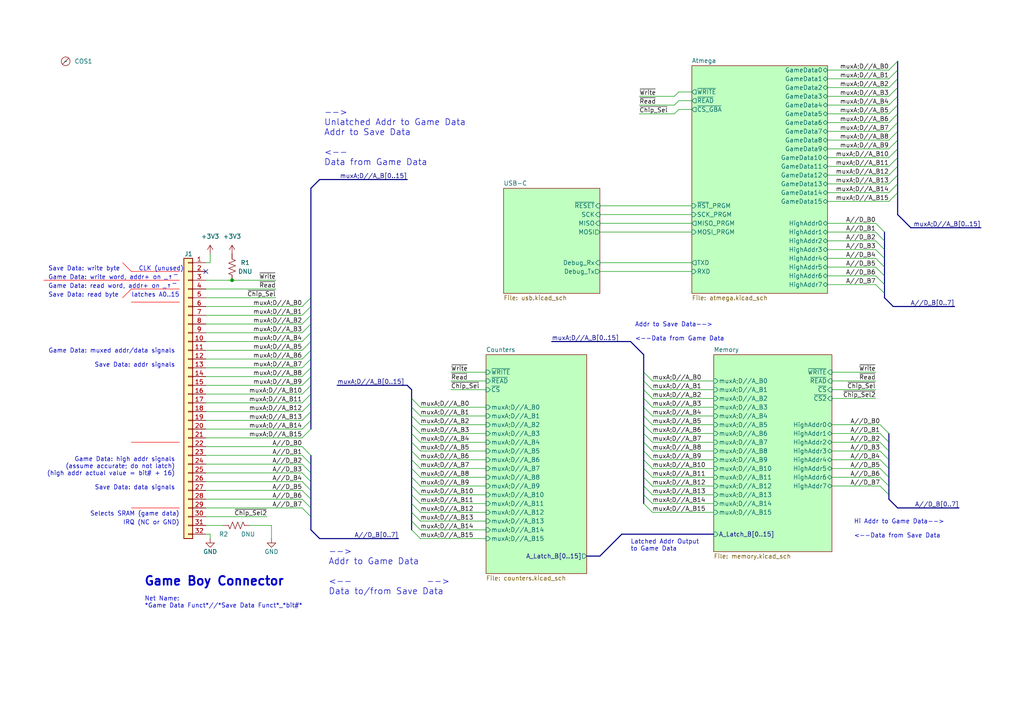
<source format=kicad_sch>
(kicad_sch (version 20230121) (generator eeschema)
  (paper "A4")
  (lib_symbols
    (symbol "0_libSyms_GBA:COS"
      (property "Reference" "COS" (at 0 2.54 0))
      (symbol "COS_0_1"
        (polyline (pts (xy -0.9144 -0.8636) (xy 0.8636 0.9144) (xy 0.8636 0.9144)))
        (circle (center 0 0) (radius 1.27))
      )
    )
    (symbol "Connector_Generic:Conn_01x32" (pin_names (offset 1.016) hide)
      (property "Reference" "J" (at 0 40.64 0))
      (property "Value" "Conn_01x32" (at 0 -43.18 0))
      (symbol "Conn_01x32_1_1"
        (rectangle (start -1.27 -40.513) (end 0 -40.767) (stroke (width 0.1524)))
        (rectangle (start -1.27 -37.973) (end 0 -38.227) (stroke (width 0.1524)))
        (rectangle (start -1.27 -35.433) (end 0 -35.687) (stroke (width 0.1524)))
        (rectangle (start -1.27 -32.893) (end 0 -33.147) (stroke (width 0.1524)))
        (rectangle (start -1.27 -30.353) (end 0 -30.607) (stroke (width 0.1524)))
        (rectangle (start -1.27 -27.813) (end 0 -28.067) (stroke (width 0.1524)))
        (rectangle (start -1.27 -25.273) (end 0 -25.527) (stroke (width 0.1524)))
        (rectangle (start -1.27 -22.733) (end 0 -22.987) (stroke (width 0.1524)))
        (rectangle (start -1.27 -20.193) (end 0 -20.447) (stroke (width 0.1524)))
        (rectangle (start -1.27 -17.653) (end 0 -17.907) (stroke (width 0.1524)))
        (rectangle (start -1.27 -15.113) (end 0 -15.367) (stroke (width 0.1524)))
        (rectangle (start -1.27 -12.573) (end 0 -12.827) (stroke (width 0.1524)))
        (rectangle (start -1.27 -10.033) (end 0 -10.287) (stroke (width 0.1524)))
        (rectangle (start -1.27 -7.493) (end 0 -7.747) (stroke (width 0.1524)))
        (rectangle (start -1.27 -4.953) (end 0 -5.207) (stroke (width 0.1524)))
        (rectangle (start -1.27 -2.413) (end 0 -2.667) (stroke (width 0.1524)))
        (rectangle (start -1.27 0.127) (end 0 -0.127) (stroke (width 0.1524)))
        (rectangle (start -1.27 2.667) (end 0 2.413) (stroke (width 0.1524)))
        (rectangle (start -1.27 5.207) (end 0 4.953) (stroke (width 0.1524)))
        (rectangle (start -1.27 7.747) (end 0 7.493) (stroke (width 0.1524)))
        (rectangle (start -1.27 10.287) (end 0 10.033) (stroke (width 0.1524)))
        (rectangle (start -1.27 12.827) (end 0 12.573) (stroke (width 0.1524)))
        (rectangle (start -1.27 15.367) (end 0 15.113) (stroke (width 0.1524)))
        (rectangle (start -1.27 17.907) (end 0 17.653) (stroke (width 0.1524)))
        (rectangle (start -1.27 20.447) (end 0 20.193) (stroke (width 0.1524)))
        (rectangle (start -1.27 22.987) (end 0 22.733) (stroke (width 0.1524)))
        (rectangle (start -1.27 25.527) (end 0 25.273) (stroke (width 0.1524)))
        (rectangle (start -1.27 28.067) (end 0 27.813) (stroke (width 0.1524)))
        (rectangle (start -1.27 30.607) (end 0 30.353) (stroke (width 0.1524)))
        (rectangle (start -1.27 33.147) (end 0 32.893) (stroke (width 0.1524)))
        (rectangle (start -1.27 35.687) (end 0 35.433) (stroke (width 0.1524)))
        (rectangle (start -1.27 38.227) (end 0 37.973) (stroke (width 0.1524)))
        (rectangle (start -1.27 39.37) (end 1.27 -41.91) (stroke (width 0.254)) (fill (type background)))
        (pin passive line (at -5.08 38.1 0) (length 3.81) (name "Pin_1") (number "1"))
        (pin passive line (at -5.08 15.24 0) (length 3.81) (name "Pin_10") (number "10"))
        (pin passive line (at -5.08 12.7 0) (length 3.81) (name "Pin_11") (number "11"))
        (pin passive line (at -5.08 10.16 0) (length 3.81) (name "Pin_12") (number "12"))
        (pin passive line (at -5.08 7.62 0) (length 3.81) (name "Pin_13") (number "13"))
        (pin passive line (at -5.08 5.08 0) (length 3.81) (name "Pin_14") (number "14"))
        (pin passive line (at -5.08 2.54 0) (length 3.81) (name "Pin_15") (number "15"))
        (pin passive line (at -5.08 0 0) (length 3.81) (name "Pin_16") (number "16"))
        (pin passive line (at -5.08 -2.54 0) (length 3.81) (name "Pin_17") (number "17"))
        (pin passive line (at -5.08 -5.08 0) (length 3.81) (name "Pin_18") (number "18"))
        (pin passive line (at -5.08 -7.62 0) (length 3.81) (name "Pin_19") (number "19"))
        (pin passive line (at -5.08 35.56 0) (length 3.81) (name "Pin_2") (number "2"))
        (pin passive line (at -5.08 -10.16 0) (length 3.81) (name "Pin_20") (number "20"))
        (pin passive line (at -5.08 -12.7 0) (length 3.81) (name "Pin_21") (number "21"))
        (pin passive line (at -5.08 -15.24 0) (length 3.81) (name "Pin_22") (number "22"))
        (pin passive line (at -5.08 -17.78 0) (length 3.81) (name "Pin_23") (number "23"))
        (pin passive line (at -5.08 -20.32 0) (length 3.81) (name "Pin_24") (number "24"))
        (pin passive line (at -5.08 -22.86 0) (length 3.81) (name "Pin_25") (number "25"))
        (pin passive line (at -5.08 -25.4 0) (length 3.81) (name "Pin_26") (number "26"))
        (pin passive line (at -5.08 -27.94 0) (length 3.81) (name "Pin_27") (number "27"))
        (pin passive line (at -5.08 -30.48 0) (length 3.81) (name "Pin_28") (number "28"))
        (pin passive line (at -5.08 -33.02 0) (length 3.81) (name "Pin_29") (number "29"))
        (pin passive line (at -5.08 33.02 0) (length 3.81) (name "Pin_3") (number "3"))
        (pin passive line (at -5.08 -35.56 0) (length 3.81) (name "Pin_30") (number "30"))
        (pin passive line (at -5.08 -38.1 0) (length 3.81) (name "Pin_31") (number "31"))
        (pin passive line (at -5.08 -40.64 0) (length 3.81) (name "Pin_32") (number "32"))
        (pin passive line (at -5.08 30.48 0) (length 3.81) (name "Pin_4") (number "4"))
        (pin passive line (at -5.08 27.94 0) (length 3.81) (name "Pin_5") (number "5"))
        (pin passive line (at -5.08 25.4 0) (length 3.81) (name "Pin_6") (number "6"))
        (pin passive line (at -5.08 22.86 0) (length 3.81) (name "Pin_7") (number "7"))
        (pin passive line (at -5.08 20.32 0) (length 3.81) (name "Pin_8") (number "8"))
        (pin passive line (at -5.08 17.78 0) (length 3.81) (name "Pin_9") (number "9"))
      )
    )
    (symbol "Device:R_US" (pin_numbers hide) (pin_names (offset 0))
      (property "Reference" "R" (at 2.54 0 90))
      (property "Value" "R_US" (at -2.54 0 90))
      (symbol "R_US_0_1"
        (polyline (pts (xy 0 -2.286) (xy 0 -2.54)))
        (polyline (pts (xy 0 2.286) (xy 0 2.54)))
        (polyline (pts (xy 0 -0.762) (xy 1.016 -1.143) (xy 0 -1.524) (xy -1.016 -1.905) (xy 0 -2.286)))
        (polyline (pts (xy 0 0.762) (xy 1.016 0.381) (xy 0 0) (xy -1.016 -0.381) (xy 0 -0.762)))
        (polyline (pts (xy 0 2.286) (xy 1.016 1.905) (xy 0 1.524) (xy -1.016 1.143) (xy 0 0.762)))
      )
      (symbol "R_US_1_1"
        (pin passive line (at 0 3.81 270) (length 1.27) (name "~") (number "1"))
        (pin passive line (at 0 -3.81 90) (length 1.27) (name "~") (number "2"))
      )
    )
    (symbol "power:+3V3" (power) (pin_names (offset 0))
      (property "Value" "+3V3" (at 0 3.556 0))
      (symbol "+3V3_0_1"
        (polyline (pts (xy -0.762 1.27) (xy 0 2.54)))
        (polyline (pts (xy 0 0) (xy 0 2.54)))
        (polyline (pts (xy 0 2.54) (xy 0.762 1.27)))
      )
      (symbol "+3V3_1_1"
        (pin power_in line (at 0 0 90) (length 0) hide (name "+3V3") (number "1"))
      )
    )
    (symbol "power:GND" (power) (pin_names (offset 0))
      (property "Value" "GND" (at 0 -3.81 0))
      (symbol "GND_0_1"
        (polyline (pts (xy 0 0) (xy 0 -1.27) (xy 1.27 -1.27) (xy 0 -2.54) (xy -1.27 -1.27) (xy 0 -1.27)))
      )
      (symbol "GND_1_1"
        (pin power_in line (at 0 0 270) (length 0) hide (name "GND") (number "1"))
      )
    )
  )
  (junction (at 67.31 81.28))
  (no_connect (at 59.69 78.74))
  (bus_entry (at 87.63 111.76) (size 2.54 -2.54))
  (bus_entry (at 87.63 101.6) (size 2.54 -2.54))
  (bus_entry (at 121.92 128.27) (size -2.54 -2.54))
  (bus_entry (at 87.63 106.68) (size 2.54 -2.54))
  (bus_entry (at 257.81 128.27) (size -2.54 -2.54))
  (bus_entry (at 257.81 130.81) (size -2.54 -2.54))
  (bus_entry (at 257.81 140.97) (size -2.54 -2.54))
  (bus_entry (at 257.81 40.64) (size 2.54 -2.54))
  (bus_entry (at 90.17 134.62) (size -2.54 -2.54))
  (bus_entry (at 87.63 119.38) (size 2.54 -2.54))
  (bus_entry (at 189.23 148.59) (size -2.54 -2.54))
  (bus_entry (at 121.92 151.13) (size -2.54 -2.54))
  (bus_entry (at 121.92 156.21) (size -2.54 -2.54))
  (bus_entry (at 121.92 140.97) (size -2.54 -2.54))
  (bus_entry (at 257.81 125.73) (size -2.54 -2.54))
  (bus_entry (at 90.17 139.7) (size -2.54 -2.54))
  (bus_entry (at 257.81 27.94) (size 2.54 -2.54))
  (bus_entry (at 257.81 33.02) (size 2.54 -2.54))
  (bus_entry (at 87.63 127) (size 2.54 -2.54))
  (bus_entry (at 257.81 35.56) (size 2.54 -2.54))
  (bus_entry (at 121.92 135.89) (size -2.54 -2.54))
  (bus_entry (at 257.81 133.35) (size -2.54 -2.54))
  (bus_entry (at 90.17 144.78) (size -2.54 -2.54))
  (bus_entry (at 121.92 118.11) (size -2.54 -2.54))
  (bus_entry (at 257.81 143.51) (size -2.54 -2.54))
  (bus_entry (at 87.63 104.14) (size 2.54 -2.54))
  (bus_entry (at 189.23 110.49) (size -2.54 -2.54))
  (bus_entry (at 121.92 148.59) (size -2.54 -2.54))
  (bus_entry (at 257.81 58.42) (size 2.54 -2.54))
  (bus_entry (at 256.54 80.01) (size -2.54 -2.54))
  (bus_entry (at 90.17 142.24) (size -2.54 -2.54))
  (bus_entry (at 257.81 55.88) (size 2.54 -2.54))
  (bus_entry (at 256.54 67.31) (size -2.54 -2.54))
  (bus_entry (at 257.81 45.72) (size 2.54 -2.54))
  (bus_entry (at 87.63 99.06) (size 2.54 -2.54))
  (bus_entry (at 257.81 53.34) (size 2.54 -2.54))
  (bus_entry (at 189.23 138.43) (size -2.54 -2.54))
  (bus_entry (at 189.23 140.97) (size -2.54 -2.54))
  (bus_entry (at 121.92 133.35) (size -2.54 -2.54))
  (bus_entry (at 121.92 146.05) (size -2.54 -2.54))
  (bus_entry (at 257.81 50.8) (size 2.54 -2.54))
  (bus_entry (at 87.63 114.3) (size 2.54 -2.54))
  (bus_entry (at 256.54 74.93) (size -2.54 -2.54))
  (bus_entry (at 90.17 132.08) (size -2.54 -2.54))
  (bus_entry (at 189.23 115.57) (size -2.54 -2.54))
  (bus_entry (at 189.23 146.05) (size -2.54 -2.54))
  (bus_entry (at 256.54 77.47) (size -2.54 -2.54))
  (bus_entry (at 256.54 69.85) (size -2.54 -2.54))
  (bus_entry (at 257.81 135.89) (size -2.54 -2.54))
  (bus_entry (at 257.81 138.43) (size -2.54 -2.54))
  (bus_entry (at 257.81 22.86) (size 2.54 -2.54))
  (bus_entry (at 87.63 91.44) (size 2.54 -2.54))
  (bus_entry (at 257.81 25.4) (size 2.54 -2.54))
  (bus_entry (at 189.23 123.19) (size -2.54 -2.54))
  (bus_entry (at 257.81 20.32) (size 2.54 -2.54))
  (bus_entry (at 87.63 88.9) (size 2.54 -2.54))
  (bus_entry (at 189.23 113.03) (size -2.54 -2.54))
  (bus_entry (at 189.23 130.81) (size -2.54 -2.54))
  (bus_entry (at 256.54 85.09) (size -2.54 -2.54))
  (bus_entry (at 257.81 30.48) (size 2.54 -2.54))
  (bus_entry (at 189.23 125.73) (size -2.54 -2.54))
  (bus_entry (at 90.17 147.32) (size -2.54 -2.54))
  (bus_entry (at 90.17 149.86) (size -2.54 -2.54))
  (bus_entry (at 87.63 93.98) (size 2.54 -2.54))
  (bus_entry (at 257.81 48.26) (size 2.54 -2.54))
  (bus_entry (at 189.23 143.51) (size -2.54 -2.54))
  (bus_entry (at 189.23 120.65) (size -2.54 -2.54))
  (bus_entry (at 121.92 120.65) (size -2.54 -2.54))
  (bus_entry (at 121.92 125.73) (size -2.54 -2.54))
  (bus_entry (at 121.92 123.19) (size -2.54 -2.54))
  (bus_entry (at 256.54 72.39) (size -2.54 -2.54))
  (bus_entry (at 189.23 118.11) (size -2.54 -2.54))
  (bus_entry (at 256.54 82.55) (size -2.54 -2.54))
  (bus_entry (at 189.23 128.27) (size -2.54 -2.54))
  (bus_entry (at 87.63 116.84) (size 2.54 -2.54))
  (bus_entry (at 121.92 130.81) (size -2.54 -2.54))
  (bus_entry (at 189.23 135.89) (size -2.54 -2.54))
  (bus_entry (at 87.63 124.46) (size 2.54 -2.54))
  (bus_entry (at 121.92 143.51) (size -2.54 -2.54))
  (bus_entry (at 90.17 137.16) (size -2.54 -2.54))
  (bus_entry (at 87.63 121.92) (size 2.54 -2.54))
  (bus_entry (at 87.63 96.52) (size 2.54 -2.54))
  (bus_entry (at 257.81 43.18) (size 2.54 -2.54))
  (bus_entry (at 189.23 133.35) (size -2.54 -2.54))
  (bus_entry (at 87.63 109.22) (size 2.54 -2.54))
  (bus_entry (at 121.92 138.43) (size -2.54 -2.54))
  (bus_entry (at 121.92 153.67) (size -2.54 -2.54))
  (bus_entry (at 257.81 38.1) (size 2.54 -2.54))
  (bus (pts (xy 256.54 82.55) (xy 256.54 85.09)))
  (wire (pts (xy 121.92 151.13) (xy 140.97 151.13)))
  (bus (pts (xy 186.69 140.97) (xy 186.69 138.43)))
  (bus (pts (xy 256.54 85.09) (xy 256.54 86.36)))
  (bus (pts (xy 260.35 50.8) (xy 260.35 53.34)))
  (bus (pts (xy 92.71 156.21) (xy 115.57 156.21)))
  (bus (pts (xy 186.69 128.27) (xy 186.69 125.73)))
  (wire (pts (xy 240.03 38.1) (xy 257.81 38.1)))
  (wire (pts (xy 121.92 148.59) (xy 140.97 148.59)))
  (wire (pts (xy 207.01 125.73) (xy 189.23 125.73)))
  (bus (pts (xy 118.11 111.76) (xy 119.38 113.03)))
  (bus (pts (xy 256.54 72.39) (xy 256.54 74.93)))
  (wire (pts (xy 240.03 58.42) (xy 257.81 58.42)))
  (bus (pts (xy 186.69 133.35) (xy 186.69 130.81)))
  (wire (pts (xy 59.69 116.84) (xy 87.63 116.84)))
  (wire (pts (xy 59.69 137.16) (xy 87.63 137.16)))
  (wire (pts (xy 240.03 25.4) (xy 257.81 25.4)))
  (wire (pts (xy 59.69 114.3) (xy 87.63 114.3)))
  (wire (pts (xy 240.03 20.32) (xy 257.81 20.32)))
  (wire (pts (xy 173.99 76.2) (xy 200.66 76.2)))
  (bus (pts (xy 186.69 143.51) (xy 186.69 140.97)))
  (wire (pts (xy 60.96 76.2) (xy 60.96 73.66)))
  (wire (pts (xy 185.42 27.94) (xy 195.58 27.94)))
  (bus (pts (xy 90.17 121.92) (xy 90.17 119.38)))
  (wire (pts (xy 59.69 134.62) (xy 87.63 134.62)))
  (bus (pts (xy 97.79 111.76) (xy 118.11 111.76)))
  (wire (pts (xy 140.97 107.95) (xy 130.81 107.95)))
  (wire (pts (xy 207.01 140.97) (xy 189.23 140.97)))
  (bus (pts (xy 186.69 146.05) (xy 186.69 143.51)))
  (bus (pts (xy 186.69 115.57) (xy 186.69 113.03)))
  (wire (pts (xy 67.31 81.28) (xy 80.01 81.28)))
  (bus (pts (xy 186.69 123.19) (xy 186.69 120.65)))
  (polyline (pts (xy 52.07 87.63) (xy 38.1 87.63)) (stroke (width 0) (color 255 0 0 1)))
  (bus (pts (xy 260.35 22.86) (xy 260.35 25.4)))
  (wire (pts (xy 121.92 133.35) (xy 140.97 133.35)))
  (wire (pts (xy 59.69 81.28) (xy 67.31 81.28)))
  (wire (pts (xy 59.69 142.24) (xy 87.63 142.24)))
  (wire (pts (xy 59.69 93.98) (xy 87.63 93.98)))
  (bus (pts (xy 90.17 109.22) (xy 90.17 106.68)))
  (bus (pts (xy 90.17 54.61) (xy 90.17 86.36)))
  (bus (pts (xy 186.69 125.73) (xy 186.69 123.19)))
  (bus (pts (xy 119.38 120.65) (xy 119.38 123.19)))
  (wire (pts (xy 207.01 133.35) (xy 189.23 133.35)))
  (wire (pts (xy 59.69 76.2) (xy 60.96 76.2)))
  (wire (pts (xy 173.99 67.31) (xy 200.66 67.31)))
  (wire (pts (xy 240.03 43.18) (xy 257.81 43.18)))
  (wire (pts (xy 60.96 154.94) (xy 60.96 156.21)))
  (wire (pts (xy 240.03 27.94) (xy 257.81 27.94)))
  (bus (pts (xy 90.17 137.16) (xy 90.17 134.62)))
  (wire (pts (xy 78.74 152.4) (xy 78.74 156.21)))
  (bus (pts (xy 90.17 88.9) (xy 90.17 86.36)))
  (wire (pts (xy 241.3 123.19) (xy 255.27 123.19)))
  (wire (pts (xy 207.01 118.11) (xy 189.23 118.11)))
  (bus (pts (xy 256.54 77.47) (xy 256.54 80.01)))
  (wire (pts (xy 241.3 107.95) (xy 254 107.95)))
  (wire (pts (xy 59.69 101.6) (xy 87.63 101.6)))
  (polyline (pts (xy 52.07 147.32) (xy 38.1 147.32)) (stroke (width 0) (color 255 0 0 1)))
  (wire (pts (xy 195.58 33.02) (xy 196.85 31.75)))
  (wire (pts (xy 59.69 111.76) (xy 87.63 111.76)))
  (wire (pts (xy 173.99 64.77) (xy 200.66 64.77)))
  (wire (pts (xy 59.69 152.4) (xy 64.77 152.4)))
  (bus (pts (xy 186.69 118.11) (xy 186.69 115.57)))
  (wire (pts (xy 207.01 115.57) (xy 189.23 115.57)))
  (wire (pts (xy 240.03 82.55) (xy 254 82.55)))
  (wire (pts (xy 241.3 115.57) (xy 254 115.57)))
  (polyline (pts (xy 52.07 78.74) (xy 38.1 78.74)) (stroke (width 0) (color 255 0 0 1)))
  (bus (pts (xy 260.35 30.48) (xy 260.35 33.02)))
  (wire (pts (xy 241.3 125.73) (xy 255.27 125.73)))
  (wire (pts (xy 196.85 26.67) (xy 200.66 26.67)))
  (wire (pts (xy 207.01 143.51) (xy 189.23 143.51)))
  (bus (pts (xy 186.69 107.95) (xy 186.69 102.87)))
  (wire (pts (xy 121.92 143.51) (xy 140.97 143.51)))
  (bus (pts (xy 257.81 140.97) (xy 257.81 143.51)))
  (bus (pts (xy 257.81 128.27) (xy 257.81 130.81)))
  (wire (pts (xy 185.42 33.02) (xy 195.58 33.02)))
  (wire (pts (xy 240.03 50.8) (xy 257.81 50.8)))
  (bus (pts (xy 260.35 40.64) (xy 260.35 43.18)))
  (wire (pts (xy 121.92 120.65) (xy 140.97 120.65)))
  (wire (pts (xy 173.99 78.74) (xy 200.66 78.74)))
  (bus (pts (xy 92.71 52.07) (xy 90.17 54.61)))
  (bus (pts (xy 90.17 139.7) (xy 90.17 137.16)))
  (wire (pts (xy 59.69 154.94) (xy 60.96 154.94)))
  (wire (pts (xy 207.01 110.49) (xy 189.23 110.49)))
  (bus (pts (xy 90.17 111.76) (xy 90.17 109.22)))
  (wire (pts (xy 59.69 121.92) (xy 87.63 121.92)))
  (wire (pts (xy 240.03 80.01) (xy 254 80.01)))
  (wire (pts (xy 240.03 48.26) (xy 257.81 48.26)))
  (wire (pts (xy 240.03 22.86) (xy 257.81 22.86)))
  (wire (pts (xy 241.3 130.81) (xy 255.27 130.81)))
  (wire (pts (xy 240.03 53.34) (xy 257.81 53.34)))
  (bus (pts (xy 260.35 33.02) (xy 260.35 35.56)))
  (bus (pts (xy 260.35 17.78) (xy 260.35 20.32)))
  (wire (pts (xy 240.03 55.88) (xy 257.81 55.88)))
  (bus (pts (xy 119.38 118.11) (xy 119.38 120.65)))
  (bus (pts (xy 256.54 74.93) (xy 256.54 77.47)))
  (wire (pts (xy 140.97 113.03) (xy 130.81 113.03)))
  (bus (pts (xy 260.35 53.34) (xy 260.35 55.88)))
  (wire (pts (xy 207.01 120.65) (xy 189.23 120.65)))
  (bus (pts (xy 256.54 80.01) (xy 256.54 82.55)))
  (bus (pts (xy 260.35 38.1) (xy 260.35 40.64)))
  (wire (pts (xy 241.3 128.27) (xy 255.27 128.27)))
  (wire (pts (xy 59.69 109.22) (xy 87.63 109.22)))
  (bus (pts (xy 92.71 52.07) (xy 118.11 52.07)))
  (wire (pts (xy 59.69 124.46) (xy 87.63 124.46)))
  (wire (pts (xy 59.69 127) (xy 87.63 127)))
  (bus (pts (xy 186.69 130.81) (xy 186.69 128.27)))
  (bus (pts (xy 119.38 138.43) (xy 119.38 140.97)))
  (bus (pts (xy 186.69 102.87) (xy 182.88 99.06)))
  (bus (pts (xy 260.35 43.18) (xy 260.35 45.72)))
  (bus (pts (xy 119.38 135.89) (xy 119.38 138.43)))
  (wire (pts (xy 241.3 133.35) (xy 255.27 133.35)))
  (bus (pts (xy 90.17 149.86) (xy 90.17 153.67)))
  (bus (pts (xy 260.35 55.88) (xy 260.35 62.23)))
  (bus (pts (xy 119.38 123.19) (xy 119.38 125.73)))
  (bus (pts (xy 260.35 27.94) (xy 260.35 30.48)))
  (bus (pts (xy 119.38 115.57) (xy 119.38 118.11)))
  (bus (pts (xy 257.81 133.35) (xy 257.81 135.89)))
  (wire (pts (xy 241.3 113.03) (xy 254 113.03)))
  (bus (pts (xy 186.69 113.03) (xy 186.69 110.49)))
  (polyline (pts (xy 35.56 86.36) (xy 38.1 83.82)) (stroke (width 0) (color 255 0 0 1)))
  (bus (pts (xy 119.38 143.51) (xy 119.38 146.05)))
  (wire (pts (xy 195.58 30.48) (xy 196.85 29.21)))
  (bus (pts (xy 119.38 148.59) (xy 119.38 151.13)))
  (wire (pts (xy 207.01 123.19) (xy 189.23 123.19)))
  (wire (pts (xy 207.01 148.59) (xy 189.23 148.59)))
  (bus (pts (xy 260.35 147.32) (xy 278.13 147.32)))
  (wire (pts (xy 121.92 123.19) (xy 140.97 123.19)))
  (wire (pts (xy 59.69 144.78) (xy 87.63 144.78)))
  (wire (pts (xy 59.69 106.68) (xy 87.63 106.68)))
  (wire (pts (xy 207.01 135.89) (xy 189.23 135.89)))
  (wire (pts (xy 240.03 77.47) (xy 254 77.47)))
  (bus (pts (xy 90.17 147.32) (xy 90.17 149.86)))
  (bus (pts (xy 256.54 86.36) (xy 259.08 88.9)))
  (bus (pts (xy 90.17 134.62) (xy 90.17 132.08)))
  (wire (pts (xy 121.92 138.43) (xy 140.97 138.43)))
  (wire (pts (xy 59.69 88.9) (xy 87.63 88.9)))
  (bus (pts (xy 257.81 135.89) (xy 257.81 138.43)))
  (bus (pts (xy 90.17 104.14) (xy 90.17 101.6)))
  (bus (pts (xy 186.69 138.43) (xy 186.69 135.89)))
  (wire (pts (xy 195.58 27.94) (xy 196.85 26.67)))
  (wire (pts (xy 59.69 132.08) (xy 87.63 132.08)))
  (wire (pts (xy 241.3 110.49) (xy 254 110.49)))
  (wire (pts (xy 241.3 135.89) (xy 255.27 135.89)))
  (bus (pts (xy 90.17 106.68) (xy 90.17 104.14)))
  (wire (pts (xy 121.92 130.81) (xy 140.97 130.81)))
  (wire (pts (xy 240.03 74.93) (xy 254 74.93)))
  (wire (pts (xy 240.03 40.64) (xy 257.81 40.64)))
  (wire (pts (xy 196.85 29.21) (xy 200.66 29.21)))
  (bus (pts (xy 90.17 144.78) (xy 90.17 142.24)))
  (wire (pts (xy 59.69 86.36) (xy 80.01 86.36)))
  (bus (pts (xy 257.81 144.78) (xy 260.35 147.32)))
  (wire (pts (xy 59.69 119.38) (xy 87.63 119.38)))
  (wire (pts (xy 240.03 72.39) (xy 254 72.39)))
  (wire (pts (xy 173.99 62.23) (xy 200.66 62.23)))
  (wire (pts (xy 121.92 156.21) (xy 140.97 156.21)))
  (bus (pts (xy 90.17 99.06) (xy 90.17 96.52)))
  (wire (pts (xy 59.69 83.82) (xy 80.01 83.82)))
  (bus (pts (xy 119.38 151.13) (xy 119.38 153.67)))
  (bus (pts (xy 173.99 161.29) (xy 180.34 154.94)))
  (bus (pts (xy 119.38 133.35) (xy 119.38 135.89)))
  (wire (pts (xy 240.03 35.56) (xy 257.81 35.56)))
  (wire (pts (xy 140.97 110.49) (xy 130.81 110.49)))
  (bus (pts (xy 119.38 140.97) (xy 119.38 143.51)))
  (bus (pts (xy 257.81 143.51) (xy 257.81 144.78)))
  (wire (pts (xy 207.01 113.03) (xy 189.23 113.03)))
  (bus (pts (xy 90.17 116.84) (xy 90.17 114.3)))
  (bus (pts (xy 257.81 138.43) (xy 257.81 140.97)))
  (bus (pts (xy 260.35 35.56) (xy 260.35 38.1)))
  (wire (pts (xy 59.69 139.7) (xy 87.63 139.7)))
  (bus (pts (xy 180.34 154.94) (xy 207.01 154.94)))
  (bus (pts (xy 260.35 20.32) (xy 260.35 22.86)))
  (wire (pts (xy 240.03 67.31) (xy 254 67.31)))
  (bus (pts (xy 186.69 120.65) (xy 186.69 118.11)))
  (bus (pts (xy 90.17 101.6) (xy 90.17 99.06)))
  (wire (pts (xy 173.99 59.69) (xy 200.66 59.69)))
  (wire (pts (xy 240.03 69.85) (xy 254 69.85)))
  (bus (pts (xy 90.17 142.24) (xy 90.17 139.7)))
  (wire (pts (xy 207.01 130.81) (xy 189.23 130.81)))
  (wire (pts (xy 121.92 140.97) (xy 140.97 140.97)))
  (wire (pts (xy 121.92 128.27) (xy 140.97 128.27)))
  (bus (pts (xy 257.81 125.73) (xy 257.81 128.27)))
  (wire (pts (xy 121.92 153.67) (xy 140.97 153.67)))
  (bus (pts (xy 264.16 66.04) (xy 284.48 66.04)))
  (bus (pts (xy 90.17 91.44) (xy 90.17 88.9)))
  (wire (pts (xy 207.01 128.27) (xy 189.23 128.27)))
  (polyline (pts (xy 52.07 83.82) (xy 38.1 83.82)) (stroke (width 0) (color 255 0 0 1)))
  (bus (pts (xy 260.35 62.23) (xy 264.16 66.04)))
  (wire (pts (xy 240.03 33.02) (xy 257.81 33.02)))
  (wire (pts (xy 207.01 146.05) (xy 189.23 146.05)))
  (bus (pts (xy 119.38 130.81) (xy 119.38 133.35)))
  (bus (pts (xy 119.38 113.03) (xy 119.38 115.57)))
  (polyline (pts (xy 35.56 76.2) (xy 38.1 78.74)) (stroke (width 0) (color 255 0 0 1)))
  (wire (pts (xy 59.69 96.52) (xy 87.63 96.52)))
  (wire (pts (xy 72.39 152.4) (xy 78.74 152.4)))
  (bus (pts (xy 119.38 125.73) (xy 119.38 128.27)))
  (wire (pts (xy 59.69 149.86) (xy 77.47 149.86)))
  (wire (pts (xy 59.69 91.44) (xy 87.63 91.44)))
  (wire (pts (xy 121.92 118.11) (xy 140.97 118.11)))
  (wire (pts (xy 240.03 64.77) (xy 254 64.77)))
  (bus (pts (xy 92.71 156.21) (xy 90.17 153.67)))
  (bus (pts (xy 186.69 110.49) (xy 186.69 107.95)))
  (wire (pts (xy 59.69 147.32) (xy 87.63 147.32)))
  (polyline (pts (xy 12.7 81.28) (xy 52.07 81.28)) (stroke (width 0) (color 255 0 0 1)))
  (bus (pts (xy 260.35 45.72) (xy 260.35 48.26)))
  (bus (pts (xy 90.17 144.78) (xy 90.17 147.32)))
  (bus (pts (xy 90.17 93.98) (xy 90.17 91.44)))
  (wire (pts (xy 121.92 125.73) (xy 140.97 125.73)))
  (wire (pts (xy 59.69 104.14) (xy 87.63 104.14)))
  (wire (pts (xy 241.3 140.97) (xy 255.27 140.97)))
  (bus (pts (xy 90.17 96.52) (xy 90.17 93.98)))
  (bus (pts (xy 259.08 88.9) (xy 276.86 88.9)))
  (wire (pts (xy 121.92 135.89) (xy 140.97 135.89)))
  (bus (pts (xy 256.54 69.85) (xy 256.54 72.39)))
  (bus (pts (xy 90.17 119.38) (xy 90.17 116.84)))
  (bus (pts (xy 90.17 114.3) (xy 90.17 111.76)))
  (bus (pts (xy 170.18 161.29) (xy 173.99 161.29)))
  (bus (pts (xy 90.17 124.46) (xy 90.17 121.92)))
  (wire (pts (xy 59.69 129.54) (xy 87.63 129.54)))
  (wire (pts (xy 240.03 45.72) (xy 257.81 45.72)))
  (wire (pts (xy 196.85 31.75) (xy 200.66 31.75)))
  (bus (pts (xy 160.02 99.06) (xy 182.88 99.06)))
  (wire (pts (xy 241.3 138.43) (xy 255.27 138.43)))
  (wire (pts (xy 207.01 138.43) (xy 189.23 138.43)))
  (bus (pts (xy 256.54 67.31) (xy 256.54 69.85)))
  (bus (pts (xy 260.35 48.26) (xy 260.35 50.8)))
  (bus (pts (xy 260.35 25.4) (xy 260.35 27.94)))
  (polyline (pts (xy 52.07 128.27) (xy 38.1 128.27)) (stroke (width 0) (color 255 0 0 1)))
  (bus (pts (xy 186.69 135.89) (xy 186.69 133.35)))
  (bus (pts (xy 119.38 128.27) (xy 119.38 130.81)))
  (wire (pts (xy 121.92 146.05) (xy 140.97 146.05)))
  (bus (pts (xy 119.38 146.05) (xy 119.38 148.59)))
  (wire (pts (xy 195.58 30.48) (xy 185.42 30.48)))
  (wire (pts (xy 240.03 30.48) (xy 257.81 30.48)))
  (wire (pts (xy 59.69 99.06) (xy 87.63 99.06)))
  (bus (pts (xy 257.81 130.81) (xy 257.81 133.35)))
  (text "IRQ (NC or GND)" (at 52.07 152.4 0) (effects (font (size 1.27 1.27)) (justify right bottom)))
  (text "-->\nUnlatched Addr to Game Data\nAddr to Save Data\n\n<--\nData from Game Data" (at 93.98 48.26 0) (effects (font (size 1.8 1.8)) (justify left bottom)))
  (text "Game Data: muxed addr/data signals\n\nSave Data: addr signals" (at 50.8 106.68 0) (effects (font (size 1.27 1.27)) (justify right bottom)))
  (text "-->\nAddr to Game Data\n\n<--				-->\nData to/from Save Data" (at 95.25 172.72 0) (effects (font (size 1.8 1.8)) (justify left bottom)))
  (text "Addr to Save Data-->\n\n<--Data from Game Data\n" (at 184.15 99.06 0) (effects (font (size 1.27 1.27)) (justify left bottom)))
  (text "Game Data: high addr signals\n(assume accurate; do not latch)\n(high addr actual value = bit# + 16)\n\nSave Data: data signals" (at 50.8 142.24 0) (effects (font (size 1.27 1.27)) (justify right bottom)))
  (text "Net Name:\n*Game Data Funct*//*Save Data Funct*_*bit#*" (at 41.91 176.53 0) (effects (font (size 1.27 1.27)) (justify left bottom)))
  (text "Save Data: read byte" (at 13.97 86.36 0) (effects (font (size 1.27 1.27)) (justify left bottom)))
  (text "Game Boy Connector" (at 82.55 170.18 0) (effects (font (size 2.54 2.54) (thickness 0.508) bold) (justify right bottom)))
  (text "Game Data: read word, addr+ on _↑‾" (at 13.97 83.82 0) (effects (font (size 1.27 1.27)) (justify left bottom)))
  (text "Latched Addr Output\nto Game Data" (at 182.88 160.02 0) (effects (font (size 1.27 1.27)) (justify left bottom)))
  (text "Save Data: write byte" (at 13.97 78.74 0) (effects (font (size 1.27 1.27)) (justify left bottom)))
  (text "latches A0..15" (at 38.1 86.36 0) (effects (font (size 1.27 1.27)) (justify left bottom)))
  (text "CLK (unused)" (at 53.34 78.74 0) (effects (font (size 1.27 1.27)) (justify right bottom)))
  (text "Selects SRAM (game data)" (at 52.07 149.86 0) (effects (font (size 1.27 1.27)) (justify right bottom)))
  (text "Hi Addr to Game Data-->\n\n<--Data from Save Data\n" (at 247.65 156.21 0) (effects (font (size 1.27 1.27)) (justify left bottom)))
  (text "Game Data: write word, addr+ on _↑‾" (at 13.97 81.28 0) (effects (font (size 1.27 1.27)) (justify left bottom)))
  (label "muxA;D{slash}{slash}A_B8" (at 121.92 138.43 0))
  (label "muxA;D{slash}{slash}A_B9" (at 121.92 140.97 0))
  (label "muxA;D{slash}{slash}A_B12" (at 87.63 119.38 180))
  (label "muxA;D{slash}{slash}A_B9" (at 189.23 133.35 0))
  (label "A{slash}{slash}D_B3" (at 255.27 130.81 180))
  (label "muxA;D{slash}{slash}A_B7" (at 189.23 128.27 0))
  (label "muxA;D{slash}{slash}A_B4" (at 121.92 128.27 0))
  (label "~{Read}" (at 185.42 30.48 0))
  (label "~{Chip_Sel}" (at 130.81 113.03 0))
  (label "A{slash}{slash}D_B7" (at 87.63 147.32 180))
  (label "muxA;D{slash}{slash}A_B1" (at 189.23 113.03 0))
  (label "muxA;D{slash}{slash}A_B6" (at 121.92 133.35 0))
  (label "muxA;D{slash}{slash}A_B3" (at 121.92 125.73 0))
  (label "A{slash}{slash}D_B5" (at 87.63 142.24 180))
  (label "A{slash}{slash}D_B6" (at 255.27 138.43 180))
  (label "A{slash}{slash}D_B6" (at 254 80.01 180))
  (label "muxA;D{slash}{slash}A_B4" (at 189.23 120.65 0))
  (label "muxA;D{slash}{slash}A_B[0..15]" (at 160.02 99.06 0))
  (label "muxA;D{slash}{slash}A_B5" (at 257.81 33.02 180))
  (label "muxA;D{slash}{slash}A_B6" (at 257.81 35.56 180))
  (label "A{slash}{slash}D_B1" (at 87.63 132.08 180))
  (label "muxA;D{slash}{slash}A_B10" (at 189.23 135.89 0))
  (label "muxA;D{slash}{slash}A_B5" (at 121.92 130.81 0))
  (label "muxA;D{slash}{slash}A_B3" (at 257.81 27.94 180))
  (label "muxA;D{slash}{slash}A_B15" (at 121.92 156.21 0))
  (label "muxA;D{slash}{slash}A_B12" (at 121.92 148.59 0))
  (label "muxA;D{slash}{slash}A_B15" (at 87.63 127 180))
  (label "~{Write}" (at 254 107.95 180))
  (label "~{Chip_Sel}" (at 185.42 33.02 0))
  (label "A{slash}{slash}D_B3" (at 87.63 137.16 180))
  (label "A{slash}{slash}D_B0" (at 255.27 123.19 180))
  (label "muxA;D{slash}{slash}A_B8" (at 257.81 40.64 180))
  (label "muxA;D{slash}{slash}A_B11" (at 257.81 48.26 180))
  (label "muxA;D{slash}{slash}A_B15" (at 189.23 148.59 0))
  (label "muxA;D{slash}{slash}A_B6" (at 87.63 104.14 180))
  (label "~{Read}" (at 254 110.49 180))
  (label "muxA;D{slash}{slash}A_B2" (at 87.63 93.98 180))
  (label "muxA;D{slash}{slash}A_B4" (at 257.81 30.48 180))
  (label "A{slash}{slash}D_B4" (at 255.27 133.35 180))
  (label "muxA;D{slash}{slash}A_B9" (at 257.81 43.18 180))
  (label "muxA;D{slash}{slash}A_B12" (at 189.23 140.97 0))
  (label "muxA;D{slash}{slash}A_B11" (at 189.23 138.43 0))
  (label "A{slash}{slash}D_B7" (at 254 82.55 180))
  (label "muxA;D{slash}{slash}A_B3" (at 87.63 96.52 180))
  (label "muxA;D{slash}{slash}A_B11" (at 87.63 116.84 180))
  (label "A{slash}{slash}D_B0" (at 87.63 129.54 180))
  (label "muxA;D{slash}{slash}A_B[0..15]" (at 118.11 52.07 180))
  (label "A{slash}{slash}D_B3" (at 254 72.39 180))
  (label "muxA;D{slash}{slash}A_B8" (at 87.63 109.22 180))
  (label "A{slash}{slash}D_B5" (at 255.27 135.89 180))
  (label "muxA;D{slash}{slash}A_B0" (at 189.23 110.49 0))
  (label "A{slash}{slash}D_B[0..7]" (at 278.13 147.32 180))
  (label "A{slash}{slash}D_B2" (at 255.27 128.27 180))
  (label "muxA;D{slash}{slash}A_B7" (at 121.92 135.89 0))
  (label "muxA;D{slash}{slash}A_B1" (at 257.81 22.86 180))
  (label "muxA;D{slash}{slash}A_B0" (at 87.63 88.9 180))
  (label "muxA;D{slash}{slash}A_B0" (at 257.81 20.32 180))
  (label "A{slash}{slash}D_B1" (at 255.27 125.73 180))
  (label "~{Chip_Sel2}" (at 254 115.57 180))
  (label "~{Write}" (at 80.01 81.28 180))
  (label "A{slash}{slash}D_B0" (at 254 64.77 180))
  (label "muxA;D{slash}{slash}A_B0" (at 121.92 118.11 0))
  (label "muxA;D{slash}{slash}A_B6" (at 189.23 125.73 0))
  (label "~{Chip_Sel}" (at 80.01 86.36 180))
  (label "muxA;D{slash}{slash}A_B10" (at 121.92 143.51 0))
  (label "~{Read}" (at 80.01 83.82 180))
  (label "muxA;D{slash}{slash}A_B15" (at 257.81 58.42 180))
  (label "A{slash}{slash}D_B4" (at 87.63 139.7 180))
  (label "~{Chip_Sel2}" (at 77.47 149.86 180))
  (label "muxA;D{slash}{slash}A_B13" (at 189.23 143.51 0))
  (label "muxA;D{slash}{slash}A_B14" (at 189.23 146.05 0))
  (label "A{slash}{slash}D_B2" (at 87.63 134.62 180))
  (label "muxA;D{slash}{slash}A_B1" (at 87.63 91.44 180))
  (label "muxA;D{slash}{slash}A_B13" (at 257.81 53.34 180))
  (label "muxA;D{slash}{slash}A_B1" (at 121.92 120.65 0))
  (label "muxA;D{slash}{slash}A_B4" (at 87.63 99.06 180))
  (label "muxA;D{slash}{slash}A_B7" (at 257.81 38.1 180))
  (label "A{slash}{slash}D_B4" (at 254 74.93 180))
  (label "~{Write}" (at 185.42 27.94 0))
  (label "muxA;D{slash}{slash}A_B2" (at 121.92 123.19 0))
  (label "muxA;D{slash}{slash}A_B3" (at 189.23 118.11 0))
  (label "muxA;D{slash}{slash}A_B12" (at 257.81 50.8 180))
  (label "muxA;D{slash}{slash}A_B14" (at 87.63 124.46 180))
  (label "muxA;D{slash}{slash}A_B5" (at 189.23 123.19 0))
  (label "A{slash}{slash}D_B7" (at 255.27 140.97 180))
  (label "A{slash}{slash}D_B1" (at 254 67.31 180))
  (label "A{slash}{slash}D_B6" (at 87.63 144.78 180))
  (label "muxA;D{slash}{slash}A_B13" (at 121.92 151.13 0))
  (label "muxA;D{slash}{slash}A_B2" (at 257.81 25.4 180))
  (label "~{Chip_Sel}" (at 254 113.03 180))
  (label "muxA;D{slash}{slash}A_B8" (at 189.23 130.81 0))
  (label "muxA;D{slash}{slash}A_B[0..15]" (at 284.48 66.04 180))
  (label "A{slash}{slash}D_B5" (at 254 77.47 180))
  (label "muxA;D{slash}{slash}A_B11" (at 121.92 146.05 0))
  (label "muxA;D{slash}{slash}A_B14" (at 257.81 55.88 180))
  (label "A{slash}{slash}D_B[0..7]" (at 276.86 88.9 180))
  (label "muxA;D{slash}{slash}A_B7" (at 87.63 106.68 180))
  (label "~{Read}" (at 130.81 110.49 0))
  (label "muxA;D{slash}{slash}A_B2" (at 189.23 115.57 0))
  (label "A{slash}{slash}D_B[0..7]" (at 115.57 156.21 180))
  (label "muxA;D{slash}{slash}A_B14" (at 121.92 153.67 0))
  (label "A{slash}{slash}D_B2" (at 254 69.85 180))
  (label "muxA;D{slash}{slash}A_B13" (at 87.63 121.92 180))
  (label "muxA;D{slash}{slash}A_B9" (at 87.63 111.76 180))
  (label "muxA;D{slash}{slash}A_B[0..15]" (at 97.79 111.76 0))
  (label "muxA;D{slash}{slash}A_B10" (at 257.81 45.72 180))
  (label "muxA;D{slash}{slash}A_B5" (at 87.63 101.6 180))
  (label "muxA;D{slash}{slash}A_B10" (at 87.63 114.3 180))
  (label "~{Write}" (at 130.81 107.95 0))
  (symbol (lib_id "power:+3V3") (at 67.31 73.66 0) (mirror y) (unit 1)
    (property "Reference" "#PWR03" (effects hide))
    (property "Value" "+3V3" (at 67.31 68.58 0))
  )
  (symbol (lib_id "Connector_Generic:Conn_01x32") (at 54.61 114.3 0) (mirror y) (unit 1)
    (property "Reference" "J1" (at 55.88 73.66 0) (effects (justify left)))
    (property "Value" "Conn_01x32" (effects hide))
    (property "Footprint" "0_Library:GAYBUS" (effects hide))
  )
  (symbol (lib_id "Device:R_US") (at 68.58 152.4 90) (mirror x) (unit 1)
    (property "Reference" "R2" (at 63.5 154.94 90) (effects (justify right)))
    (property "Value" "DNU" (at 69.85 154.94 90) (effects (justify right)))
    (property "Footprint" "Resistor_SMD:R_0603_1608Metric_Pad0.98x0.95mm_HandSolder" (effects hide))
  )
  (symbol (lib_id "power:+3V3") (at 60.96 73.66 0) (mirror y) (unit 1)
    (property "Reference" "#PWR01" (effects hide))
    (property "Value" "+3V3" (at 60.96 68.58 0))
  )
  (symbol (lib_id "power:GND") (at 60.96 156.21 0) (mirror y) (unit 1)
    (property "Reference" "#PWR02" (effects hide))
    (property "Value" "GND" (at 60.96 160.02 0))
  )
  (symbol (lib_id "power:GND") (at 78.74 156.21 0) (mirror y) (unit 1)
    (property "Reference" "#PWR04" (effects hide))
    (property "Value" "GND" (at 78.74 160.02 0))
  )
  (symbol (lib_id "0_libSyms_GBA:COS") (at 19.05 17.78 0) (unit 1) (in_bom no)
    (property "Reference" "COS1" (at 21.59 17.78 0) (effects (justify left)))
    (property "Value" "~" (at 19.05 17.78 0))
    (property "Footprint" "0_Library:important" (effects hide))
    (property "Sim.Enable" "0" (effects hide))
  )
  (symbol (lib_id "Device:R_US") (at 67.31 77.47 180) (unit 1)
    (property "Reference" "R1" (at 71.12 76.2 0))
    (property "Value" "DNU" (at 71.12 78.74 0))
    (property "Footprint" "Resistor_SMD:R_0603_1608Metric_Pad0.98x0.95mm_HandSolder" (effects hide))
  )
  (sheet (at 146.05 54.61) (size 27.94 30.48) (stroke (width 0.1524)) (fill (color 0 255 0 0.2510))
    (property "Sheetname" "USB-C" (at 146.05 53.8984 0) (effects (justify left bottom)))
    (property "Sheetfile" "usb.kicad_sch" (at 146.05 85.6746 0) (effects (justify left top)))
    (pin "~{RESET}" input (at 173.99 59.69 0))
    (pin "SCK" input (at 173.99 62.23 0))
    (pin "Debug_Rx" input (at 173.99 76.2 0))
    (pin "Debug_Tx" output (at 173.99 78.74 0))
    (pin "MISO" input (at 173.99 64.77 0))
    (pin "MOSI" output (at 173.99 67.31 0))
  )
  (sheet (at 200.66 19.05) (size 39.37 66.04) (stroke (width 0.1524)) (fill (color 0 255 0 0.2510))
    (property "Sheetname" "Atmega" (at 200.66 18.3384 0) (effects (justify left bottom)))
    (property "Sheetfile" "atmega.kicad_sch" (at 200.66 85.6746 0) (effects (justify left top)))
    (pin "~{WRITE}" output (at 200.66 26.67 180))
    (pin "~{READ}" output (at 200.66 29.21 180))
    (pin "TXD" output (at 200.66 76.2 180))
    (pin "RXD" input (at 200.66 78.74 180))
    (pin "~{CS_GBA}" output (at 200.66 31.75 180))
    (pin "SCK_PRGM" input (at 200.66 62.23 180))
    (pin "MOSI_PRGM" input (at 200.66 67.31 180))
    (pin "MISO_PRGM" output (at 200.66 64.77 180))
    (pin "~{RST}_PRGM" input (at 200.66 59.69 180))
    (pin "GameData8" bidirectional (at 240.03 40.64 0))
    (pin "GameData9" bidirectional (at 240.03 43.18 0))
    (pin "GameData10" bidirectional (at 240.03 45.72 0))
    (pin "GameData11" bidirectional (at 240.03 48.26 0))
    (pin "GameData12" bidirectional (at 240.03 50.8 0))
    (pin "GameData13" bidirectional (at 240.03 53.34 0))
    (pin "GameData14" bidirectional (at 240.03 55.88 0))
    (pin "GameData15" bidirectional (at 240.03 58.42 0))
    (pin "GameData4" bidirectional (at 240.03 30.48 0))
    (pin "GameData5" bidirectional (at 240.03 33.02 0))
    (pin "GameData6" bidirectional (at 240.03 35.56 0))
    (pin "GameData7" bidirectional (at 240.03 38.1 0))
    (pin "GameData3" bidirectional (at 240.03 27.94 0))
    (pin "GameData0" bidirectional (at 240.03 20.32 0))
    (pin "GameData1" bidirectional (at 240.03 22.86 0))
    (pin "GameData2" bidirectional (at 240.03 25.4 0))
    (pin "HighAddr0" bidirectional (at 240.03 64.77 0))
    (pin "HighAddr6" bidirectional (at 240.03 80.01 0))
    (pin "HighAddr1" bidirectional (at 240.03 67.31 0))
    (pin "HighAddr2" bidirectional (at 240.03 69.85 0))
    (pin "HighAddr3" bidirectional (at 240.03 72.39 0))
    (pin "HighAddr4" bidirectional (at 240.03 74.93 0))
    (pin "HighAddr5" bidirectional (at 240.03 77.47 0))
    (pin "HighAddr7" bidirectional (at 240.03 82.55 0))
  )
  (sheet (at 207.01 102.87) (size 34.29 57.15) (stroke (width 0.1524)) (fill (color 0 255 0 0.2510))
    (property "Sheetname" "Memory" (at 207.01 102.1584 0) (effects (justify left bottom)))
    (property "Sheetfile" "memory.kicad_sch" (at 207.01 160.6046 0) (effects (justify left top)))
    (pin "A_Latch_B[0..15]" input (at 207.01 154.94 180))
    (pin "~{WRITE}" input (at 241.3 107.95 0))
    (pin "~{CS}" input (at 241.3 113.03 0))
    (pin "~{READ}" input (at 241.3 110.49 0))
    (pin "~{CS2}" input (at 241.3 115.57 0))
    (pin "HighAddr0" bidirectional (at 241.3 123.19 0))
    (pin "HighAddr2" bidirectional (at 241.3 128.27 0))
    (pin "HighAddr1" bidirectional (at 241.3 125.73 0))
    (pin "HighAddr6" bidirectional (at 241.3 138.43 0))
    (pin "HighAddr7" bidirectional (at 241.3 140.97 0))
    (pin "HighAddr5" bidirectional (at 241.3 135.89 0))
    (pin "HighAddr4" bidirectional (at 241.3 133.35 0))
    (pin "HighAddr3" bidirectional (at 241.3 130.81 0))
    (pin "muxA;D{slash}{slash}A_B8" input (at 207.01 130.81 180))
    (pin "muxA;D{slash}{slash}A_B4" input (at 207.01 120.65 180))
    (pin "muxA;D{slash}{slash}A_B6" input (at 207.01 125.73 180))
    (pin "muxA;D{slash}{slash}A_B7" input (at 207.01 128.27 180))
    (pin "muxA;D{slash}{slash}A_B5" input (at 207.01 123.19 180))
    (pin "muxA;D{slash}{slash}A_B1" input (at 207.01 113.03 180))
    (pin "muxA;D{slash}{slash}A_B2" input (at 207.01 115.57 180))
    (pin "muxA;D{slash}{slash}A_B3" input (at 207.01 118.11 180))
    (pin "muxA;D{slash}{slash}A_B0" input (at 207.01 110.49 180))
    (pin "muxA;D{slash}{slash}A_B15" input (at 207.01 148.59 180))
    (pin "muxA;D{slash}{slash}A_B14" input (at 207.01 146.05 180))
    (pin "muxA;D{slash}{slash}A_B9" input (at 207.01 133.35 180))
    (pin "muxA;D{slash}{slash}A_B11" input (at 207.01 138.43 180))
    (pin "muxA;D{slash}{slash}A_B12" input (at 207.01 140.97 180))
    (pin "muxA;D{slash}{slash}A_B10" input (at 207.01 135.89 180))
    (pin "muxA;D{slash}{slash}A_B13" input (at 207.01 143.51 180))
  )
  (sheet (at 140.97 102.87) (size 29.21 63.5) (stroke (width 0.1524)) (fill (color 0 255 0 0.2510))
    (property "Sheetname" "Counters" (at 140.97 102.1584 0) (effects (justify left bottom)))
    (property "Sheetfile" "counters.kicad_sch" (at 140.97 166.9546 0) (effects (justify left top)))
    (pin "A_Latch_B[0..15]" output (at 170.18 161.29 0))
    (pin "~{READ}" input (at 140.97 110.49 180))
    (pin "~{CS}" input (at 140.97 113.03 180))
    (pin "~{WRITE}" input (at 140.97 107.95 180))
    (pin "muxA;D{slash}{slash}A_B0" input (at 140.97 118.11 180))
    (pin "muxA;D{slash}{slash}A_B1" input (at 140.97 120.65 180))
    (pin "muxA;D{slash}{slash}A_B2" input (at 140.97 123.19 180))
    (pin "muxA;D{slash}{slash}A_B3" input (at 140.97 125.73 180))
    (pin "muxA;D{slash}{slash}A_B4" input (at 140.97 128.27 180))
    (pin "muxA;D{slash}{slash}A_B5" input (at 140.97 130.81 180))
    (pin "muxA;D{slash}{slash}A_B6" input (at 140.97 133.35 180))
    (pin "muxA;D{slash}{slash}A_B7" input (at 140.97 135.89 180))
    (pin "muxA;D{slash}{slash}A_B8" input (at 140.97 138.43 180))
    (pin "muxA;D{slash}{slash}A_B9" input (at 140.97 140.97 180))
    (pin "muxA;D{slash}{slash}A_B10" input (at 140.97 143.51 180))
    (pin "muxA;D{slash}{slash}A_B11" input (at 140.97 146.05 180))
    (pin "muxA;D{slash}{slash}A_B12" input (at 140.97 148.59 180))
    (pin "muxA;D{slash}{slash}A_B13" input (at 140.97 151.13 180))
    (pin "muxA;D{slash}{slash}A_B14" input (at 140.97 153.67 180))
    (pin "muxA;D{slash}{slash}A_B15" input (at 140.97 156.21 180))
  )
)
</source>
